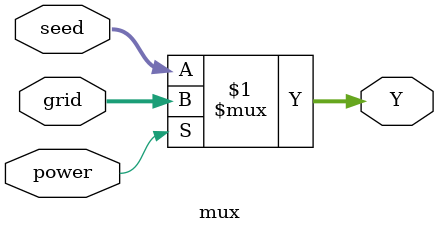
<source format=sv>
module mux(input logic [63:0] seed, 
            input logic [63:0] grid,
            input logic power,
            output logic [63:0] Y);



assign Y = power ? grid : seed;  

endmodule

</source>
